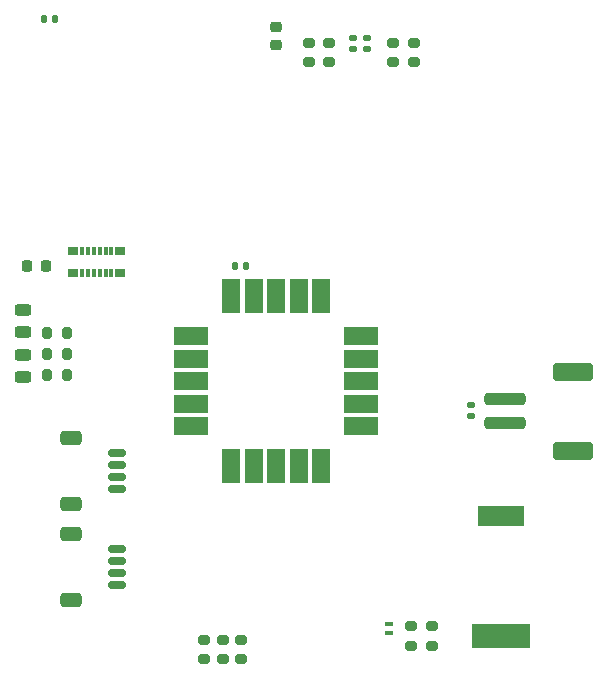
<source format=gbr>
G04 #@! TF.GenerationSoftware,KiCad,Pcbnew,(6.0.7)*
G04 #@! TF.CreationDate,2023-03-13T09:14:11-05:00*
G04 #@! TF.ProjectId,SapphineMinimal,53617070-6869-46e6-954d-696e696d616c,rev?*
G04 #@! TF.SameCoordinates,Original*
G04 #@! TF.FileFunction,Paste,Bot*
G04 #@! TF.FilePolarity,Positive*
%FSLAX46Y46*%
G04 Gerber Fmt 4.6, Leading zero omitted, Abs format (unit mm)*
G04 Created by KiCad (PCBNEW (6.0.7)) date 2023-03-13 09:14:11*
%MOMM*%
%LPD*%
G01*
G04 APERTURE LIST*
G04 Aperture macros list*
%AMRoundRect*
0 Rectangle with rounded corners*
0 $1 Rounding radius*
0 $2 $3 $4 $5 $6 $7 $8 $9 X,Y pos of 4 corners*
0 Add a 4 corners polygon primitive as box body*
4,1,4,$2,$3,$4,$5,$6,$7,$8,$9,$2,$3,0*
0 Add four circle primitives for the rounded corners*
1,1,$1+$1,$2,$3*
1,1,$1+$1,$4,$5*
1,1,$1+$1,$6,$7*
1,1,$1+$1,$8,$9*
0 Add four rect primitives between the rounded corners*
20,1,$1+$1,$2,$3,$4,$5,0*
20,1,$1+$1,$4,$5,$6,$7,0*
20,1,$1+$1,$6,$7,$8,$9,0*
20,1,$1+$1,$8,$9,$2,$3,0*%
G04 Aperture macros list end*
%ADD10RoundRect,0.140000X-0.170000X0.140000X-0.170000X-0.140000X0.170000X-0.140000X0.170000X0.140000X0*%
%ADD11RoundRect,0.200000X0.275000X-0.200000X0.275000X0.200000X-0.275000X0.200000X-0.275000X-0.200000X0*%
%ADD12RoundRect,0.200000X0.200000X0.275000X-0.200000X0.275000X-0.200000X-0.275000X0.200000X-0.275000X0*%
%ADD13R,0.700000X0.400000*%
%ADD14RoundRect,0.243750X-0.456250X0.243750X-0.456250X-0.243750X0.456250X-0.243750X0.456250X0.243750X0*%
%ADD15RoundRect,0.200000X-0.275000X0.200000X-0.275000X-0.200000X0.275000X-0.200000X0.275000X0.200000X0*%
%ADD16R,3.000000X1.500000*%
%ADD17R,1.500000X3.000000*%
%ADD18RoundRect,0.140000X0.140000X0.170000X-0.140000X0.170000X-0.140000X-0.170000X0.140000X-0.170000X0*%
%ADD19RoundRect,0.150000X0.625000X-0.150000X0.625000X0.150000X-0.625000X0.150000X-0.625000X-0.150000X0*%
%ADD20RoundRect,0.250000X0.650000X-0.350000X0.650000X0.350000X-0.650000X0.350000X-0.650000X-0.350000X0*%
%ADD21RoundRect,0.140000X-0.140000X-0.170000X0.140000X-0.170000X0.140000X0.170000X-0.140000X0.170000X0*%
%ADD22R,5.000000X2.000000*%
%ADD23R,4.000000X1.700000*%
%ADD24RoundRect,0.250000X-1.500000X0.250000X-1.500000X-0.250000X1.500000X-0.250000X1.500000X0.250000X0*%
%ADD25RoundRect,0.250001X-1.449999X0.499999X-1.449999X-0.499999X1.449999X-0.499999X1.449999X0.499999X0*%
%ADD26RoundRect,0.218750X0.218750X0.256250X-0.218750X0.256250X-0.218750X-0.256250X0.218750X-0.256250X0*%
%ADD27R,0.863600X0.787400*%
%ADD28R,0.355600X0.787400*%
%ADD29RoundRect,0.218750X-0.256250X0.218750X-0.256250X-0.218750X0.256250X-0.218750X0.256250X0.218750X0*%
G04 APERTURE END LIST*
D10*
X106318678Y-69972218D03*
X106318678Y-70932218D03*
D11*
X96869878Y-122585218D03*
X96869878Y-120935218D03*
D12*
X82099278Y-98544618D03*
X80449278Y-98544618D03*
D13*
X109341278Y-119657618D03*
X109341278Y-120357618D03*
D11*
X111246278Y-121467618D03*
X111246278Y-119817618D03*
D14*
X78353278Y-93035118D03*
X78353278Y-94910118D03*
D15*
X109671478Y-70389218D03*
X109671478Y-72039218D03*
D11*
X111449478Y-72039218D03*
X111449478Y-70389218D03*
X113024278Y-121467618D03*
X113024278Y-119817618D03*
D16*
X107016278Y-95252618D03*
X107016278Y-97152618D03*
X107016278Y-99052618D03*
X107016278Y-100952618D03*
X107016278Y-102852618D03*
D17*
X103616278Y-106252618D03*
X101716278Y-106252618D03*
X99816278Y-106252618D03*
X97916278Y-106252618D03*
X96016278Y-106252618D03*
D16*
X92616278Y-102852618D03*
X92616278Y-100952618D03*
X92616278Y-99052618D03*
X92616278Y-97152618D03*
X92616278Y-95252618D03*
D17*
X96016278Y-91852618D03*
X97916278Y-91852618D03*
X99816278Y-91852618D03*
X101716278Y-91852618D03*
X103616278Y-91852618D03*
D10*
X107487078Y-69972218D03*
X107487078Y-70932218D03*
D15*
X102559478Y-70389218D03*
X102559478Y-72039218D03*
X95295078Y-120935218D03*
X95295078Y-122585218D03*
D18*
X97248278Y-89273618D03*
X96288278Y-89273618D03*
D12*
X82099278Y-94988618D03*
X80449278Y-94988618D03*
D19*
X86322278Y-116300618D03*
X86322278Y-115300618D03*
X86322278Y-114300618D03*
X86322278Y-113300618D03*
D20*
X82447278Y-112000618D03*
X82447278Y-117600618D03*
D19*
X86322278Y-108172618D03*
X86322278Y-107172618D03*
X86322278Y-106172618D03*
X86322278Y-105172618D03*
D20*
X82447278Y-103872618D03*
X82447278Y-109472618D03*
D11*
X93720278Y-122585218D03*
X93720278Y-120935218D03*
D12*
X82099278Y-96766618D03*
X80449278Y-96766618D03*
D11*
X104286678Y-72039218D03*
X104286678Y-70389218D03*
D21*
X80133878Y-68420218D03*
X81093878Y-68420218D03*
D22*
X118866278Y-120637618D03*
D23*
X118866278Y-110487618D03*
D14*
X78353278Y-96845118D03*
X78353278Y-98720118D03*
D10*
X116326278Y-101061818D03*
X116326278Y-102021818D03*
D24*
X119183846Y-100592618D03*
X119183846Y-102592618D03*
D25*
X124933846Y-98242618D03*
X124933846Y-104942618D03*
D26*
X80283778Y-89273618D03*
X78708778Y-89273618D03*
D27*
X82645878Y-88029018D03*
D28*
X83393400Y-88029018D03*
X83886922Y-88029018D03*
X84380444Y-88029018D03*
X84873966Y-88029018D03*
X85367488Y-88029018D03*
X85861010Y-88029018D03*
D27*
X86608278Y-88029018D03*
X86608278Y-89857818D03*
D28*
X85861010Y-89857818D03*
X85367488Y-89857818D03*
X84873966Y-89857818D03*
X84380444Y-89857818D03*
X83886922Y-89857818D03*
X83393400Y-89857818D03*
D27*
X82645878Y-89857818D03*
D29*
X99816278Y-69055118D03*
X99816278Y-70630118D03*
M02*

</source>
